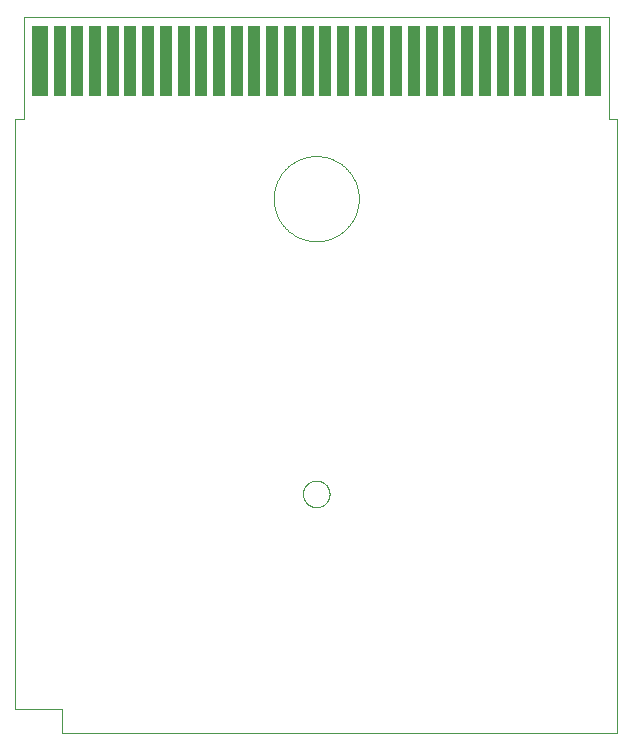
<source format=gtp>
G75*
%MOIN*%
%OFA0B0*%
%FSLAX25Y25*%
%IPPOS*%
%LPD*%
%AMOC8*
5,1,8,0,0,1.08239X$1,22.5*
%
%ADD10C,0.00004*%
%ADD11R,0.05512X0.23622*%
%ADD12R,0.03937X0.23622*%
D10*
X0001002Y0008876D02*
X0001002Y0205726D01*
X0004033Y0205726D01*
X0004033Y0239506D01*
X0003955Y0239585D02*
X0198837Y0239585D01*
X0198837Y0205726D01*
X0201789Y0205726D01*
X0201789Y0001002D01*
X0016750Y0001002D01*
X0016750Y0008876D01*
X0001002Y0008876D01*
X0096967Y0080726D02*
X0096969Y0080858D01*
X0096975Y0080991D01*
X0096985Y0081123D01*
X0096999Y0081255D01*
X0097016Y0081386D01*
X0097038Y0081517D01*
X0097064Y0081647D01*
X0097093Y0081776D01*
X0097127Y0081904D01*
X0097164Y0082031D01*
X0097205Y0082157D01*
X0097249Y0082282D01*
X0097298Y0082406D01*
X0097350Y0082527D01*
X0097406Y0082648D01*
X0097465Y0082766D01*
X0097528Y0082883D01*
X0097594Y0082998D01*
X0097664Y0083110D01*
X0097737Y0083221D01*
X0097813Y0083329D01*
X0097892Y0083435D01*
X0097975Y0083539D01*
X0098061Y0083640D01*
X0098149Y0083738D01*
X0098241Y0083834D01*
X0098335Y0083927D01*
X0098432Y0084017D01*
X0098532Y0084105D01*
X0098635Y0084189D01*
X0098739Y0084270D01*
X0098847Y0084348D01*
X0098956Y0084422D01*
X0099068Y0084494D01*
X0099182Y0084562D01*
X0099297Y0084626D01*
X0099415Y0084687D01*
X0099534Y0084745D01*
X0099655Y0084799D01*
X0099778Y0084849D01*
X0099902Y0084895D01*
X0100027Y0084938D01*
X0100154Y0084977D01*
X0100282Y0085013D01*
X0100410Y0085044D01*
X0100540Y0085072D01*
X0100670Y0085095D01*
X0100801Y0085115D01*
X0100933Y0085131D01*
X0101065Y0085143D01*
X0101197Y0085151D01*
X0101330Y0085155D01*
X0101462Y0085155D01*
X0101595Y0085151D01*
X0101727Y0085143D01*
X0101859Y0085131D01*
X0101991Y0085115D01*
X0102122Y0085095D01*
X0102252Y0085072D01*
X0102382Y0085044D01*
X0102510Y0085013D01*
X0102638Y0084977D01*
X0102765Y0084938D01*
X0102890Y0084895D01*
X0103014Y0084849D01*
X0103137Y0084799D01*
X0103258Y0084745D01*
X0103377Y0084687D01*
X0103495Y0084626D01*
X0103611Y0084562D01*
X0103724Y0084494D01*
X0103836Y0084422D01*
X0103945Y0084348D01*
X0104053Y0084270D01*
X0104157Y0084189D01*
X0104260Y0084105D01*
X0104360Y0084017D01*
X0104457Y0083927D01*
X0104551Y0083834D01*
X0104643Y0083738D01*
X0104731Y0083640D01*
X0104817Y0083539D01*
X0104900Y0083435D01*
X0104979Y0083329D01*
X0105055Y0083221D01*
X0105128Y0083110D01*
X0105198Y0082998D01*
X0105264Y0082883D01*
X0105327Y0082766D01*
X0105386Y0082648D01*
X0105442Y0082527D01*
X0105494Y0082406D01*
X0105543Y0082282D01*
X0105587Y0082157D01*
X0105628Y0082031D01*
X0105665Y0081904D01*
X0105699Y0081776D01*
X0105728Y0081647D01*
X0105754Y0081517D01*
X0105776Y0081386D01*
X0105793Y0081255D01*
X0105807Y0081123D01*
X0105817Y0080991D01*
X0105823Y0080858D01*
X0105825Y0080726D01*
X0105823Y0080594D01*
X0105817Y0080461D01*
X0105807Y0080329D01*
X0105793Y0080197D01*
X0105776Y0080066D01*
X0105754Y0079935D01*
X0105728Y0079805D01*
X0105699Y0079676D01*
X0105665Y0079548D01*
X0105628Y0079421D01*
X0105587Y0079295D01*
X0105543Y0079170D01*
X0105494Y0079046D01*
X0105442Y0078925D01*
X0105386Y0078804D01*
X0105327Y0078686D01*
X0105264Y0078569D01*
X0105198Y0078454D01*
X0105128Y0078342D01*
X0105055Y0078231D01*
X0104979Y0078123D01*
X0104900Y0078017D01*
X0104817Y0077913D01*
X0104731Y0077812D01*
X0104643Y0077714D01*
X0104551Y0077618D01*
X0104457Y0077525D01*
X0104360Y0077435D01*
X0104260Y0077347D01*
X0104157Y0077263D01*
X0104053Y0077182D01*
X0103945Y0077104D01*
X0103836Y0077030D01*
X0103724Y0076958D01*
X0103610Y0076890D01*
X0103495Y0076826D01*
X0103377Y0076765D01*
X0103258Y0076707D01*
X0103137Y0076653D01*
X0103014Y0076603D01*
X0102890Y0076557D01*
X0102765Y0076514D01*
X0102638Y0076475D01*
X0102510Y0076439D01*
X0102382Y0076408D01*
X0102252Y0076380D01*
X0102122Y0076357D01*
X0101991Y0076337D01*
X0101859Y0076321D01*
X0101727Y0076309D01*
X0101595Y0076301D01*
X0101462Y0076297D01*
X0101330Y0076297D01*
X0101197Y0076301D01*
X0101065Y0076309D01*
X0100933Y0076321D01*
X0100801Y0076337D01*
X0100670Y0076357D01*
X0100540Y0076380D01*
X0100410Y0076408D01*
X0100282Y0076439D01*
X0100154Y0076475D01*
X0100027Y0076514D01*
X0099902Y0076557D01*
X0099778Y0076603D01*
X0099655Y0076653D01*
X0099534Y0076707D01*
X0099415Y0076765D01*
X0099297Y0076826D01*
X0099181Y0076890D01*
X0099068Y0076958D01*
X0098956Y0077030D01*
X0098847Y0077104D01*
X0098739Y0077182D01*
X0098635Y0077263D01*
X0098532Y0077347D01*
X0098432Y0077435D01*
X0098335Y0077525D01*
X0098241Y0077618D01*
X0098149Y0077714D01*
X0098061Y0077812D01*
X0097975Y0077913D01*
X0097892Y0078017D01*
X0097813Y0078123D01*
X0097737Y0078231D01*
X0097664Y0078342D01*
X0097594Y0078454D01*
X0097528Y0078569D01*
X0097465Y0078686D01*
X0097406Y0078804D01*
X0097350Y0078925D01*
X0097298Y0079046D01*
X0097249Y0079170D01*
X0097205Y0079295D01*
X0097164Y0079421D01*
X0097127Y0079548D01*
X0097093Y0079676D01*
X0097064Y0079805D01*
X0097038Y0079935D01*
X0097016Y0080066D01*
X0096999Y0080197D01*
X0096985Y0080329D01*
X0096975Y0080461D01*
X0096969Y0080594D01*
X0096967Y0080726D01*
X0087223Y0179152D02*
X0087227Y0179500D01*
X0087240Y0179847D01*
X0087261Y0180195D01*
X0087291Y0180541D01*
X0087330Y0180887D01*
X0087376Y0181232D01*
X0087432Y0181575D01*
X0087495Y0181917D01*
X0087567Y0182257D01*
X0087648Y0182596D01*
X0087736Y0182932D01*
X0087833Y0183266D01*
X0087938Y0183598D01*
X0088051Y0183927D01*
X0088173Y0184253D01*
X0088302Y0184576D01*
X0088439Y0184895D01*
X0088584Y0185212D01*
X0088736Y0185524D01*
X0088897Y0185833D01*
X0089064Y0186138D01*
X0089239Y0186438D01*
X0089422Y0186735D01*
X0089612Y0187026D01*
X0089808Y0187313D01*
X0090012Y0187595D01*
X0090223Y0187872D01*
X0090440Y0188143D01*
X0090664Y0188409D01*
X0090894Y0188670D01*
X0091131Y0188925D01*
X0091374Y0189174D01*
X0091623Y0189417D01*
X0091878Y0189654D01*
X0092139Y0189884D01*
X0092405Y0190108D01*
X0092676Y0190325D01*
X0092953Y0190536D01*
X0093235Y0190740D01*
X0093522Y0190936D01*
X0093813Y0191126D01*
X0094110Y0191309D01*
X0094410Y0191484D01*
X0094715Y0191651D01*
X0095024Y0191812D01*
X0095336Y0191964D01*
X0095653Y0192109D01*
X0095972Y0192246D01*
X0096295Y0192375D01*
X0096621Y0192497D01*
X0096950Y0192610D01*
X0097282Y0192715D01*
X0097616Y0192812D01*
X0097952Y0192900D01*
X0098291Y0192981D01*
X0098631Y0193053D01*
X0098973Y0193116D01*
X0099316Y0193172D01*
X0099661Y0193218D01*
X0100007Y0193257D01*
X0100353Y0193287D01*
X0100701Y0193308D01*
X0101048Y0193321D01*
X0101396Y0193325D01*
X0101744Y0193321D01*
X0102091Y0193308D01*
X0102439Y0193287D01*
X0102785Y0193257D01*
X0103131Y0193218D01*
X0103476Y0193172D01*
X0103819Y0193116D01*
X0104161Y0193053D01*
X0104501Y0192981D01*
X0104840Y0192900D01*
X0105176Y0192812D01*
X0105510Y0192715D01*
X0105842Y0192610D01*
X0106171Y0192497D01*
X0106497Y0192375D01*
X0106820Y0192246D01*
X0107139Y0192109D01*
X0107456Y0191964D01*
X0107768Y0191812D01*
X0108077Y0191651D01*
X0108382Y0191484D01*
X0108682Y0191309D01*
X0108979Y0191126D01*
X0109270Y0190936D01*
X0109557Y0190740D01*
X0109839Y0190536D01*
X0110116Y0190325D01*
X0110387Y0190108D01*
X0110653Y0189884D01*
X0110914Y0189654D01*
X0111169Y0189417D01*
X0111418Y0189174D01*
X0111661Y0188925D01*
X0111898Y0188670D01*
X0112128Y0188409D01*
X0112352Y0188143D01*
X0112569Y0187872D01*
X0112780Y0187595D01*
X0112984Y0187313D01*
X0113180Y0187026D01*
X0113370Y0186735D01*
X0113553Y0186438D01*
X0113728Y0186138D01*
X0113895Y0185833D01*
X0114056Y0185524D01*
X0114208Y0185212D01*
X0114353Y0184895D01*
X0114490Y0184576D01*
X0114619Y0184253D01*
X0114741Y0183927D01*
X0114854Y0183598D01*
X0114959Y0183266D01*
X0115056Y0182932D01*
X0115144Y0182596D01*
X0115225Y0182257D01*
X0115297Y0181917D01*
X0115360Y0181575D01*
X0115416Y0181232D01*
X0115462Y0180887D01*
X0115501Y0180541D01*
X0115531Y0180195D01*
X0115552Y0179847D01*
X0115565Y0179500D01*
X0115569Y0179152D01*
X0115565Y0178804D01*
X0115552Y0178457D01*
X0115531Y0178109D01*
X0115501Y0177763D01*
X0115462Y0177417D01*
X0115416Y0177072D01*
X0115360Y0176729D01*
X0115297Y0176387D01*
X0115225Y0176047D01*
X0115144Y0175708D01*
X0115056Y0175372D01*
X0114959Y0175038D01*
X0114854Y0174706D01*
X0114741Y0174377D01*
X0114619Y0174051D01*
X0114490Y0173728D01*
X0114353Y0173409D01*
X0114208Y0173092D01*
X0114056Y0172780D01*
X0113895Y0172471D01*
X0113728Y0172166D01*
X0113553Y0171866D01*
X0113370Y0171569D01*
X0113180Y0171278D01*
X0112984Y0170991D01*
X0112780Y0170709D01*
X0112569Y0170432D01*
X0112352Y0170161D01*
X0112128Y0169895D01*
X0111898Y0169634D01*
X0111661Y0169379D01*
X0111418Y0169130D01*
X0111169Y0168887D01*
X0110914Y0168650D01*
X0110653Y0168420D01*
X0110387Y0168196D01*
X0110116Y0167979D01*
X0109839Y0167768D01*
X0109557Y0167564D01*
X0109270Y0167368D01*
X0108979Y0167178D01*
X0108682Y0166995D01*
X0108382Y0166820D01*
X0108077Y0166653D01*
X0107768Y0166492D01*
X0107456Y0166340D01*
X0107139Y0166195D01*
X0106820Y0166058D01*
X0106497Y0165929D01*
X0106171Y0165807D01*
X0105842Y0165694D01*
X0105510Y0165589D01*
X0105176Y0165492D01*
X0104840Y0165404D01*
X0104501Y0165323D01*
X0104161Y0165251D01*
X0103819Y0165188D01*
X0103476Y0165132D01*
X0103131Y0165086D01*
X0102785Y0165047D01*
X0102439Y0165017D01*
X0102091Y0164996D01*
X0101744Y0164983D01*
X0101396Y0164979D01*
X0101048Y0164983D01*
X0100701Y0164996D01*
X0100353Y0165017D01*
X0100007Y0165047D01*
X0099661Y0165086D01*
X0099316Y0165132D01*
X0098973Y0165188D01*
X0098631Y0165251D01*
X0098291Y0165323D01*
X0097952Y0165404D01*
X0097616Y0165492D01*
X0097282Y0165589D01*
X0096950Y0165694D01*
X0096621Y0165807D01*
X0096295Y0165929D01*
X0095972Y0166058D01*
X0095653Y0166195D01*
X0095336Y0166340D01*
X0095024Y0166492D01*
X0094715Y0166653D01*
X0094410Y0166820D01*
X0094110Y0166995D01*
X0093813Y0167178D01*
X0093522Y0167368D01*
X0093235Y0167564D01*
X0092953Y0167768D01*
X0092676Y0167979D01*
X0092405Y0168196D01*
X0092139Y0168420D01*
X0091878Y0168650D01*
X0091623Y0168887D01*
X0091374Y0169130D01*
X0091131Y0169379D01*
X0090894Y0169634D01*
X0090664Y0169895D01*
X0090440Y0170161D01*
X0090223Y0170432D01*
X0090012Y0170709D01*
X0089808Y0170991D01*
X0089612Y0171278D01*
X0089422Y0171569D01*
X0089239Y0171866D01*
X0089064Y0172166D01*
X0088897Y0172471D01*
X0088736Y0172780D01*
X0088584Y0173092D01*
X0088439Y0173409D01*
X0088302Y0173728D01*
X0088173Y0174051D01*
X0088051Y0174377D01*
X0087938Y0174706D01*
X0087833Y0175038D01*
X0087736Y0175372D01*
X0087648Y0175708D01*
X0087567Y0176047D01*
X0087495Y0176387D01*
X0087432Y0176729D01*
X0087376Y0177072D01*
X0087330Y0177417D01*
X0087291Y0177763D01*
X0087261Y0178109D01*
X0087240Y0178457D01*
X0087227Y0178804D01*
X0087223Y0179152D01*
D11*
X0009152Y0225096D03*
X0193797Y0225096D03*
D12*
X0187104Y0225096D03*
X0181199Y0225096D03*
X0175293Y0225096D03*
X0169388Y0225096D03*
X0163482Y0225096D03*
X0157577Y0225096D03*
X0151671Y0225096D03*
X0145766Y0225096D03*
X0139860Y0225096D03*
X0133955Y0225096D03*
X0128049Y0225096D03*
X0122144Y0225096D03*
X0116238Y0225096D03*
X0110333Y0225096D03*
X0104427Y0225096D03*
X0098522Y0225096D03*
X0092616Y0225096D03*
X0086711Y0225096D03*
X0080805Y0225096D03*
X0074900Y0225096D03*
X0068994Y0225096D03*
X0063089Y0225096D03*
X0057183Y0225096D03*
X0051278Y0225096D03*
X0045372Y0225096D03*
X0039467Y0225096D03*
X0033561Y0225096D03*
X0027656Y0225096D03*
X0021750Y0225096D03*
X0015844Y0225096D03*
M02*

</source>
